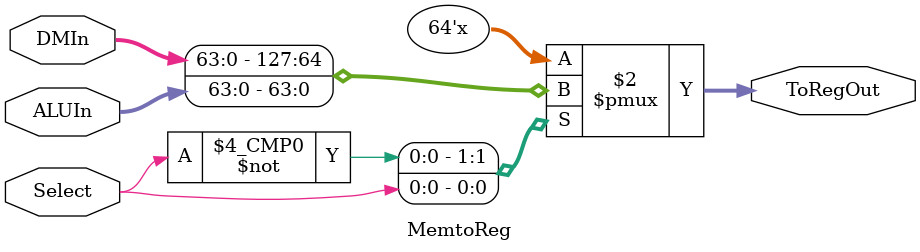
<source format=v>
`timescale 1ns / 1ps
module MemtoReg(
	input [63:0] DMIn,
	input [63:0] ALUIn,
	input Select,
	output reg [63:0] ToRegOut
    );
	 
	 always @ (DMIn,ALUIn,Select)
		case(Select)
			0: ToRegOut <= DMIn;
			1: ToRegOut <= ALUIn;
		endcase

endmodule

</source>
